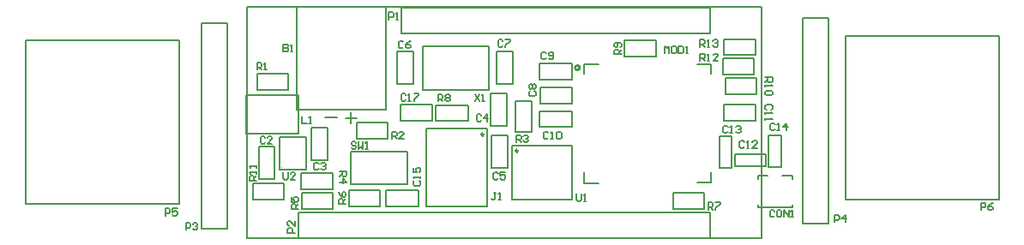
<source format=gto>
G04 Layer_Color=65535*
%FSAX25Y25*%
%MOIN*%
G70*
G01*
G75*
%ADD32C,0.01000*%
%ADD48C,0.00394*%
%ADD49C,0.00984*%
%ADD50C,0.00787*%
%ADD51C,0.00591*%
D32*
X0439331Y0437716D02*
G03*
X0439331Y0437716I-0000905J0000000D01*
G01*
D48*
X0323632Y0398970D02*
G03*
X0323632Y0398970I-0000197J0000000D01*
G01*
X0379490Y0428068D02*
G03*
X0379490Y0428068I-0000197J0000000D01*
G01*
X0311299Y0425787D02*
G03*
X0311299Y0425787I-0000197J0000000D01*
G01*
D49*
X0415313Y0405350D02*
G03*
X0415313Y0405350I-0000492J0000000D01*
G01*
X0402001Y0411713D02*
G03*
X0402001Y0411713I-0000492J0000000D01*
G01*
D50*
X0508504Y0395721D02*
X0512441D01*
X0508504D02*
X0508504Y0394539D01*
X0521890D02*
Y0395720D01*
X0517953D02*
X0521890D01*
X0508504Y0383516D02*
Y0384303D01*
Y0383516D02*
X0521890D01*
Y0384303D01*
X0223819Y0384842D02*
Y0386968D01*
Y0384842D02*
X0283583D01*
Y0448425D01*
X0223819Y0386968D02*
Y0448425D01*
X0283583D01*
X0542480Y0386378D02*
X0602244D01*
Y0447835D01*
X0542480Y0386378D02*
Y0449961D01*
X0602244D01*
Y0447835D02*
Y0449961D01*
X0350315Y0392402D02*
X0372362D01*
X0350315D02*
Y0405000D01*
X0372362D01*
Y0392402D02*
Y0405000D01*
X0340236Y0418228D02*
X0344803D01*
X0348110Y0418150D02*
X0352716D01*
X0350354Y0416181D02*
Y0420276D01*
X0363858Y0421378D02*
Y0461535D01*
X0329213D02*
X0363858D01*
X0329213Y0421378D02*
Y0461535D01*
Y0421378D02*
X0363858D01*
X0440787Y0435276D02*
Y0438976D01*
X0440827Y0439016D01*
X0446496D01*
X0484842Y0438976D02*
X0490236D01*
X0490354Y0438858D01*
Y0435276D02*
Y0438858D01*
X0490315Y0393032D02*
Y0396969D01*
X0490236Y0392953D02*
X0490315Y0393032D01*
X0484921Y0392953D02*
X0490236D01*
X0440984Y0392874D02*
X0446496D01*
X0440827Y0393032D02*
Y0397008D01*
Y0393032D02*
X0440984Y0392874D01*
X0310000Y0371390D02*
Y0461350D01*
X0510000D01*
Y0371390D02*
Y0461350D01*
X0310000Y0371390D02*
X0510000D01*
X0495866Y0427402D02*
X0508071D01*
X0495866D02*
Y0433701D01*
X0508071D01*
Y0427402D02*
Y0433701D01*
X0456772Y0442126D02*
X0468976D01*
X0456772D02*
Y0448425D01*
X0468976D01*
Y0442126D02*
Y0448425D01*
X0322635Y0398170D02*
X0332835D01*
Y0410670D01*
X0322635D02*
X0332835D01*
X0322635Y0398170D02*
Y0410670D01*
X0412921Y0407350D02*
X0436421D01*
Y0386350D02*
Y0407350D01*
X0412921Y0386350D02*
X0436421D01*
X0412921D02*
Y0407350D01*
X0369606Y0423268D02*
X0381811D01*
Y0416968D02*
Y0423268D01*
X0369606Y0416968D02*
X0381811D01*
X0369606D02*
Y0423268D01*
X0475551Y0382874D02*
X0487756D01*
X0475551D02*
Y0389173D01*
X0487756D01*
Y0382874D02*
Y0389173D01*
X0349449Y0383622D02*
X0361653D01*
X0349449D02*
Y0389921D01*
X0361653D01*
Y0383622D02*
Y0389921D01*
X0331221Y0382716D02*
X0343425D01*
X0331221D02*
Y0389016D01*
X0343425D01*
Y0382716D02*
Y0389016D01*
X0331102Y0396850D02*
X0343307D01*
Y0390551D02*
Y0396850D01*
X0331102Y0390551D02*
X0343307D01*
X0331102D02*
Y0396850D01*
X0420669Y0412638D02*
Y0424843D01*
X0414370Y0412638D02*
X0420669D01*
X0414370D02*
Y0424843D01*
X0420669D01*
X0313779Y0435354D02*
X0325984D01*
Y0429055D02*
Y0435354D01*
X0313779Y0429055D02*
X0325984D01*
X0313779D02*
Y0435354D01*
X0379709Y0383713D02*
Y0414213D01*
X0403209Y0383713D02*
Y0414213D01*
X0379709Y0383713D02*
X0403209D01*
X0379709Y0414213D02*
X0403209D01*
X0395984Y0416890D02*
Y0423189D01*
X0383386D02*
X0395984D01*
X0383386Y0416890D02*
Y0423189D01*
Y0416890D02*
X0395984D01*
X0363937Y0383740D02*
Y0390039D01*
Y0383740D02*
X0376535D01*
Y0390039D01*
X0363937D02*
X0376535D01*
X0507756Y0417047D02*
Y0423347D01*
X0495157D02*
X0507756D01*
X0495157Y0417047D02*
Y0423347D01*
Y0417047D02*
X0507756D01*
X0423740Y0414567D02*
Y0420866D01*
Y0414567D02*
X0436339D01*
Y0420866D01*
X0423740D02*
X0436339D01*
X0436260Y0433189D02*
Y0439488D01*
X0423661D02*
X0436260D01*
X0423661Y0433189D02*
Y0439488D01*
Y0433189D02*
X0436260D01*
X0436378Y0423819D02*
Y0430118D01*
X0423779D02*
X0436378D01*
X0423779Y0423819D02*
Y0430118D01*
Y0423819D02*
X0436378D01*
X0406929Y0431417D02*
X0413228D01*
Y0444016D01*
X0406929D02*
X0413228D01*
X0406929Y0431417D02*
Y0444016D01*
X0368268Y0431339D02*
X0374567D01*
Y0443937D01*
X0368268D02*
X0374567D01*
X0368268Y0431339D02*
Y0443937D01*
X0404921Y0398701D02*
X0411221D01*
Y0411299D01*
X0404921D02*
X0411221D01*
X0404921Y0398701D02*
Y0411299D01*
X0404764Y0415197D02*
X0411063D01*
Y0427795D01*
X0404764D02*
X0411063D01*
X0404764Y0415197D02*
Y0427795D01*
X0335079Y0414409D02*
X0341378D01*
X0335079Y0401811D02*
Y0414409D01*
Y0401811D02*
X0341378D01*
Y0414409D01*
X0314449Y0394409D02*
X0320748D01*
Y0407008D01*
X0314449D02*
X0320748D01*
X0314449Y0394409D02*
Y0407008D01*
X0292205Y0375157D02*
X0302205D01*
X0292205D02*
Y0455158D01*
X0302205D01*
Y0375157D02*
Y0455158D01*
X0312165Y0392559D02*
X0324370D01*
Y0386260D02*
Y0392559D01*
X0312165Y0386260D02*
X0324370D01*
X0312165D02*
Y0392559D01*
X0352520Y0416299D02*
X0364724D01*
Y0410000D02*
Y0416299D01*
X0352520Y0410000D02*
X0364724D01*
X0352520D02*
Y0416299D01*
X0330000Y0381500D02*
X0490000D01*
Y0371500D02*
Y0381500D01*
X0482500Y0371500D02*
X0490000D01*
X0330000D02*
X0482500D01*
X0330000D02*
Y0381500D01*
X0377500Y0461000D02*
X0490000D01*
X0370000D02*
X0377500D01*
X0370000Y0451000D02*
Y0461000D01*
Y0451000D02*
X0490000D01*
Y0461000D01*
X0495354Y0448858D02*
X0507559D01*
Y0442559D02*
Y0448858D01*
X0495354Y0442559D02*
X0507559D01*
X0495354D02*
Y0448858D01*
X0494842Y0441378D02*
X0507047D01*
Y0435079D02*
Y0441378D01*
X0494842Y0435079D02*
X0507047D01*
X0494842D02*
Y0441378D01*
X0525906Y0457205D02*
X0535906D01*
Y0377205D02*
Y0457205D01*
X0525906Y0377205D02*
X0535906D01*
X0525906D02*
Y0457205D01*
X0378293Y0446068D02*
X0403793D01*
Y0429069D02*
Y0446068D01*
X0378293Y0429069D02*
X0403793D01*
X0378293D02*
Y0446068D01*
X0508026Y0404134D02*
X0511693D01*
X0499488D02*
X0502911D01*
X0499488Y0399410D02*
Y0404134D01*
Y0399410D02*
X0511693D01*
Y0404134D01*
X0502911D02*
X0508026D01*
X0498347Y0402486D02*
Y0407600D01*
X0493622Y0398819D02*
X0498347D01*
X0493622D02*
Y0411024D01*
X0498347D01*
Y0407600D02*
Y0411024D01*
Y0398819D02*
Y0402486D01*
X0517480Y0399016D02*
Y0402683D01*
Y0407797D02*
Y0411221D01*
X0512756D02*
X0517480D01*
X0512756Y0399016D02*
Y0411221D01*
Y0399016D02*
X0517480D01*
Y0402683D02*
Y0407797D01*
X0309724Y0412165D02*
Y0427165D01*
Y0412165D02*
X0329842D01*
Y0427165D01*
X0309724D02*
X0329842D01*
D51*
X0324095Y0446810D02*
Y0444055D01*
X0325472D01*
X0325931Y0444514D01*
Y0444974D01*
X0325472Y0445433D01*
X0324095D01*
X0325472D01*
X0325931Y0445892D01*
Y0446351D01*
X0325472Y0446810D01*
X0324095D01*
X0326850Y0444055D02*
X0327768D01*
X0327309D01*
Y0446810D01*
X0326850Y0446351D01*
X0511378Y0433898D02*
X0514133D01*
Y0432520D01*
X0513674Y0432061D01*
X0512755D01*
X0512296Y0432520D01*
Y0433898D01*
Y0432979D02*
X0511378Y0432061D01*
Y0431143D02*
Y0430224D01*
Y0430683D01*
X0514133D01*
X0513674Y0431143D01*
Y0428847D02*
X0514133Y0428388D01*
Y0427469D01*
X0513674Y0427010D01*
X0511837D01*
X0511378Y0427469D01*
Y0428388D01*
X0511837Y0428847D01*
X0513674D01*
X0455472Y0442953D02*
X0452717D01*
Y0444330D01*
X0453177Y0444789D01*
X0454095D01*
X0454554Y0444330D01*
Y0442953D01*
Y0443871D02*
X0455472Y0444789D01*
X0455013Y0445708D02*
X0455472Y0446167D01*
Y0447085D01*
X0455013Y0447544D01*
X0453177D01*
X0452717Y0447085D01*
Y0446167D01*
X0453177Y0445708D01*
X0453636D01*
X0454095Y0446167D01*
Y0447544D01*
X0398543Y0427401D02*
X0400380Y0424646D01*
Y0427401D02*
X0398543Y0424646D01*
X0401298D02*
X0402217D01*
X0401757D01*
Y0427401D01*
X0401298Y0426941D01*
X0324055Y0396968D02*
Y0394672D01*
X0324514Y0394213D01*
X0325433D01*
X0325892Y0394672D01*
Y0396968D01*
X0328647Y0394213D02*
X0326810D01*
X0328647Y0396049D01*
Y0396508D01*
X0328188Y0396968D01*
X0327269D01*
X0326810Y0396508D01*
X0438031Y0388582D02*
Y0386286D01*
X0438491Y0385827D01*
X0439409D01*
X0439868Y0386286D01*
Y0388582D01*
X0440787Y0385827D02*
X0441705D01*
X0441246D01*
Y0388582D01*
X0440787Y0388123D01*
X0352348Y0408438D02*
X0351889Y0408897D01*
X0350971D01*
X0350512Y0408438D01*
Y0407978D01*
X0350971Y0407519D01*
X0351889D01*
X0352348Y0407060D01*
Y0406601D01*
X0351889Y0406142D01*
X0350971D01*
X0350512Y0406601D01*
X0353267Y0408897D02*
Y0406142D01*
X0354185Y0407060D01*
X0355103Y0406142D01*
Y0408897D01*
X0356022Y0406142D02*
X0356940D01*
X0356481D01*
Y0408897D01*
X0356022Y0408438D01*
X0384252Y0424567D02*
Y0427322D01*
X0385630D01*
X0386089Y0426863D01*
Y0425944D01*
X0385630Y0425485D01*
X0384252D01*
X0385170D02*
X0386089Y0424567D01*
X0387007Y0426863D02*
X0387466Y0427322D01*
X0388385D01*
X0388844Y0426863D01*
Y0426404D01*
X0388385Y0425944D01*
X0388844Y0425485D01*
Y0425026D01*
X0388385Y0424567D01*
X0387466D01*
X0387007Y0425026D01*
Y0425485D01*
X0387466Y0425944D01*
X0387007Y0426404D01*
Y0426863D01*
X0387466Y0425944D02*
X0388385D01*
X0489252Y0382520D02*
Y0385275D01*
X0490629D01*
X0491089Y0384816D01*
Y0383897D01*
X0490629Y0383438D01*
X0489252D01*
X0490170D02*
X0491089Y0382520D01*
X0492007Y0385275D02*
X0493844D01*
Y0384816D01*
X0492007Y0382979D01*
Y0382520D01*
X0348268Y0384724D02*
X0345513D01*
Y0386102D01*
X0345972Y0386561D01*
X0346890D01*
X0347349Y0386102D01*
Y0384724D01*
Y0385643D02*
X0348268Y0386561D01*
X0345513Y0389316D02*
X0345972Y0388398D01*
X0346890Y0387479D01*
X0347809D01*
X0348268Y0387939D01*
Y0388857D01*
X0347809Y0389316D01*
X0347349D01*
X0346890Y0388857D01*
Y0387479D01*
X0329882Y0382795D02*
X0327127D01*
Y0384173D01*
X0327586Y0384632D01*
X0328504D01*
X0328963Y0384173D01*
Y0382795D01*
Y0383714D02*
X0329882Y0384632D01*
X0327127Y0387387D02*
Y0385550D01*
X0328504D01*
X0328045Y0386469D01*
Y0386928D01*
X0328504Y0387387D01*
X0329423D01*
X0329882Y0386928D01*
Y0386010D01*
X0329423Y0385550D01*
X0345965Y0397339D02*
X0348720D01*
Y0395961D01*
X0348260Y0395502D01*
X0347342D01*
X0346883Y0395961D01*
Y0397339D01*
Y0396420D02*
X0345965Y0395502D01*
Y0393206D02*
X0348720D01*
X0347342Y0394584D01*
Y0392747D01*
X0414606Y0408779D02*
Y0411535D01*
X0415984D01*
X0416443Y0411075D01*
Y0410157D01*
X0415984Y0409698D01*
X0414606D01*
X0415525D02*
X0416443Y0408779D01*
X0417361Y0411075D02*
X0417821Y0411535D01*
X0418739D01*
X0419198Y0411075D01*
Y0410616D01*
X0418739Y0410157D01*
X0418280D01*
X0418739D01*
X0419198Y0409698D01*
Y0409239D01*
X0418739Y0408779D01*
X0417821D01*
X0417361Y0409239D01*
X0313779Y0436890D02*
Y0439645D01*
X0315157D01*
X0315616Y0439186D01*
Y0438267D01*
X0315157Y0437808D01*
X0313779D01*
X0314698D02*
X0315616Y0436890D01*
X0316534D02*
X0317453D01*
X0316994D01*
Y0439645D01*
X0316534Y0439186D01*
X0595197Y0382362D02*
Y0385117D01*
X0596574D01*
X0597034Y0384658D01*
Y0383740D01*
X0596574Y0383280D01*
X0595197D01*
X0599789Y0385117D02*
X0598870Y0384658D01*
X0597952Y0383740D01*
Y0382821D01*
X0598411Y0382362D01*
X0599329D01*
X0599789Y0382821D01*
Y0383280D01*
X0599329Y0383740D01*
X0597952D01*
X0278228Y0380157D02*
Y0382912D01*
X0279606D01*
X0280065Y0382453D01*
Y0381535D01*
X0279606Y0381076D01*
X0278228D01*
X0282820Y0382912D02*
X0280983D01*
Y0381535D01*
X0281902Y0381994D01*
X0282361D01*
X0282820Y0381535D01*
Y0380617D01*
X0282361Y0380157D01*
X0281442D01*
X0280983Y0380617D01*
X0538346Y0377559D02*
Y0380314D01*
X0539724D01*
X0540183Y0379855D01*
Y0378937D01*
X0539724Y0378477D01*
X0538346D01*
X0542479Y0377559D02*
Y0380314D01*
X0541102Y0378937D01*
X0542938D01*
X0286181Y0374567D02*
Y0377322D01*
X0287559D01*
X0288018Y0376863D01*
Y0375944D01*
X0287559Y0375485D01*
X0286181D01*
X0288936Y0376863D02*
X0289395Y0377322D01*
X0290314D01*
X0290773Y0376863D01*
Y0376404D01*
X0290314Y0375944D01*
X0289855D01*
X0290314D01*
X0290773Y0375485D01*
Y0375026D01*
X0290314Y0374567D01*
X0289395D01*
X0288936Y0375026D01*
X0328504Y0373465D02*
X0325749D01*
Y0374842D01*
X0326208Y0375301D01*
X0327126D01*
X0327586Y0374842D01*
Y0373465D01*
X0328504Y0378056D02*
Y0376220D01*
X0326667Y0378056D01*
X0326208D01*
X0325749Y0377597D01*
Y0376679D01*
X0326208Y0376220D01*
X0365079Y0456496D02*
Y0459251D01*
X0366456D01*
X0366915Y0458792D01*
Y0457874D01*
X0366456Y0457414D01*
X0365079D01*
X0367834Y0456496D02*
X0368752D01*
X0368293D01*
Y0459251D01*
X0367834Y0458792D01*
X0472205Y0443425D02*
Y0446180D01*
X0473123Y0445262D01*
X0474041Y0446180D01*
Y0443425D01*
X0476337Y0446180D02*
X0475419D01*
X0474960Y0445721D01*
Y0443884D01*
X0475419Y0443425D01*
X0476337D01*
X0476796Y0443884D01*
Y0445721D01*
X0476337Y0446180D01*
X0477715D02*
Y0443425D01*
X0479092D01*
X0479551Y0443884D01*
Y0445721D01*
X0479092Y0446180D01*
X0477715D01*
X0480470Y0443425D02*
X0481388D01*
X0480929D01*
Y0446180D01*
X0480470Y0445721D01*
X0331339Y0418779D02*
Y0416024D01*
X0333175D01*
X0334094D02*
X0335012D01*
X0334553D01*
Y0418779D01*
X0334094Y0418320D01*
X0406758Y0389094D02*
X0405840D01*
X0406299D01*
Y0386798D01*
X0405840Y0386339D01*
X0405380D01*
X0404921Y0386798D01*
X0407676Y0386339D02*
X0408595D01*
X0408135D01*
Y0389094D01*
X0407676Y0388634D01*
X0514947Y0381863D02*
X0514488Y0382322D01*
X0513569D01*
X0513110Y0381863D01*
Y0380026D01*
X0513569Y0379567D01*
X0514488D01*
X0514947Y0380026D01*
X0517243Y0382322D02*
X0516324D01*
X0515865Y0381863D01*
Y0380026D01*
X0516324Y0379567D01*
X0517243D01*
X0517702Y0380026D01*
Y0381863D01*
X0517243Y0382322D01*
X0518620Y0379567D02*
Y0382322D01*
X0520457Y0379567D01*
Y0382322D01*
X0521375Y0379567D02*
X0522294D01*
X0521835D01*
Y0382322D01*
X0521375Y0381863D01*
X0371640Y0427099D02*
X0371181Y0427558D01*
X0370262D01*
X0369803Y0427099D01*
Y0425262D01*
X0370262Y0424803D01*
X0371181D01*
X0371640Y0425262D01*
X0372558Y0424803D02*
X0373477D01*
X0373017D01*
Y0427558D01*
X0372558Y0427099D01*
X0374854Y0427558D02*
X0376691D01*
Y0427099D01*
X0374854Y0425262D01*
Y0424803D01*
X0375066Y0393687D02*
X0374607Y0393228D01*
Y0392310D01*
X0375066Y0391850D01*
X0376903D01*
X0377362Y0392310D01*
Y0393228D01*
X0376903Y0393687D01*
X0377362Y0394605D02*
Y0395524D01*
Y0395065D01*
X0374607D01*
X0375066Y0394605D01*
X0374607Y0398738D02*
Y0396901D01*
X0375985D01*
X0375525Y0397820D01*
Y0398279D01*
X0375985Y0398738D01*
X0376903D01*
X0377362Y0398279D01*
Y0397360D01*
X0376903Y0396901D01*
X0515183Y0415603D02*
X0514724Y0416062D01*
X0513806D01*
X0513346Y0415603D01*
Y0413766D01*
X0513806Y0413307D01*
X0514724D01*
X0515183Y0413766D01*
X0516102Y0413307D02*
X0517020D01*
X0516561D01*
Y0416062D01*
X0516102Y0415603D01*
X0519775Y0413307D02*
Y0416062D01*
X0518397Y0414685D01*
X0520234D01*
X0496837Y0414658D02*
X0496378Y0415117D01*
X0495459D01*
X0495000Y0414658D01*
Y0412821D01*
X0495459Y0412362D01*
X0496378D01*
X0496837Y0412821D01*
X0497755Y0412362D02*
X0498673D01*
X0498214D01*
Y0415117D01*
X0497755Y0414658D01*
X0500051D02*
X0500510Y0415117D01*
X0501428D01*
X0501888Y0414658D01*
Y0414199D01*
X0501428Y0413740D01*
X0500969D01*
X0501428D01*
X0501888Y0413281D01*
Y0412821D01*
X0501428Y0412362D01*
X0500510D01*
X0500051Y0412821D01*
X0503215Y0408792D02*
X0502755Y0409251D01*
X0501837D01*
X0501378Y0408792D01*
Y0406955D01*
X0501837Y0406496D01*
X0502755D01*
X0503215Y0406955D01*
X0504133Y0406496D02*
X0505051D01*
X0504592D01*
Y0409251D01*
X0504133Y0408792D01*
X0508265Y0406496D02*
X0506429D01*
X0508265Y0408333D01*
Y0408792D01*
X0507806Y0409251D01*
X0506888D01*
X0506429Y0408792D01*
X0513713Y0421392D02*
X0514172Y0421851D01*
Y0422769D01*
X0513713Y0423228D01*
X0511876D01*
X0511417Y0422769D01*
Y0421851D01*
X0511876Y0421392D01*
X0511417Y0420473D02*
Y0419555D01*
Y0420014D01*
X0514172D01*
X0513713Y0420473D01*
X0511417Y0418178D02*
Y0417259D01*
Y0417718D01*
X0514172D01*
X0513713Y0418178D01*
X0427073Y0412256D02*
X0426614Y0412716D01*
X0425695D01*
X0425236Y0412256D01*
Y0410420D01*
X0425695Y0409961D01*
X0426614D01*
X0427073Y0410420D01*
X0427991Y0409961D02*
X0428910D01*
X0428450D01*
Y0412716D01*
X0427991Y0412256D01*
X0430287D02*
X0430746Y0412716D01*
X0431665D01*
X0432124Y0412256D01*
Y0410420D01*
X0431665Y0409961D01*
X0430746D01*
X0430287Y0410420D01*
Y0412256D01*
X0426207Y0443320D02*
X0425748Y0443779D01*
X0424829D01*
X0424370Y0443320D01*
Y0441483D01*
X0424829Y0441024D01*
X0425748D01*
X0426207Y0441483D01*
X0427125D02*
X0427584Y0441024D01*
X0428503D01*
X0428962Y0441483D01*
Y0443320D01*
X0428503Y0443779D01*
X0427584D01*
X0427125Y0443320D01*
Y0442860D01*
X0427584Y0442401D01*
X0428962D01*
X0419909Y0428569D02*
X0419450Y0428110D01*
Y0427191D01*
X0419909Y0426732D01*
X0421746D01*
X0422205Y0427191D01*
Y0428110D01*
X0421746Y0428569D01*
X0419909Y0429487D02*
X0419450Y0429947D01*
Y0430865D01*
X0419909Y0431324D01*
X0420368D01*
X0420827Y0430865D01*
X0421286Y0431324D01*
X0421746D01*
X0422205Y0430865D01*
Y0429947D01*
X0421746Y0429487D01*
X0421286D01*
X0420827Y0429947D01*
X0420368Y0429487D01*
X0419909D01*
X0420827Y0429947D02*
Y0430865D01*
X0409356Y0448162D02*
X0408897Y0448621D01*
X0407979D01*
X0407520Y0448162D01*
Y0446325D01*
X0407979Y0445866D01*
X0408897D01*
X0409356Y0446325D01*
X0410275Y0448621D02*
X0412111D01*
Y0448162D01*
X0410275Y0446325D01*
Y0445866D01*
X0370774Y0447689D02*
X0370315Y0448149D01*
X0369396D01*
X0368937Y0447689D01*
Y0445853D01*
X0369396Y0445394D01*
X0370315D01*
X0370774Y0445853D01*
X0373529Y0448149D02*
X0372610Y0447689D01*
X0371692Y0446771D01*
Y0445853D01*
X0372151Y0445394D01*
X0373070D01*
X0373529Y0445853D01*
Y0446312D01*
X0373070Y0446771D01*
X0371692D01*
X0407506Y0396508D02*
X0407047Y0396968D01*
X0406129D01*
X0405669Y0396508D01*
Y0394672D01*
X0406129Y0394213D01*
X0407047D01*
X0407506Y0394672D01*
X0410261Y0396968D02*
X0408424D01*
Y0395590D01*
X0409343Y0396049D01*
X0409802D01*
X0410261Y0395590D01*
Y0394672D01*
X0409802Y0394213D01*
X0408883D01*
X0408424Y0394672D01*
X0400971Y0419107D02*
X0400511Y0419566D01*
X0399593D01*
X0399134Y0419107D01*
Y0417270D01*
X0399593Y0416811D01*
X0400511D01*
X0400971Y0417270D01*
X0403266Y0416811D02*
Y0419566D01*
X0401889Y0418188D01*
X0403726D01*
X0337782Y0400327D02*
X0337322Y0400786D01*
X0336404D01*
X0335945Y0400327D01*
Y0398491D01*
X0336404Y0398031D01*
X0337322D01*
X0337782Y0398491D01*
X0338700Y0400327D02*
X0339159Y0400786D01*
X0340077D01*
X0340537Y0400327D01*
Y0399868D01*
X0340077Y0399409D01*
X0339618D01*
X0340077D01*
X0340537Y0398950D01*
Y0398491D01*
X0340077Y0398031D01*
X0339159D01*
X0338700Y0398491D01*
X0316994Y0410485D02*
X0316535Y0410944D01*
X0315617D01*
X0315158Y0410485D01*
Y0408648D01*
X0315617Y0408189D01*
X0316535D01*
X0316994Y0408648D01*
X0319749Y0408189D02*
X0317913D01*
X0319749Y0410026D01*
Y0410485D01*
X0319290Y0410944D01*
X0318372D01*
X0317913Y0410485D01*
X0313583Y0393740D02*
X0310828D01*
Y0395118D01*
X0311287Y0395577D01*
X0312205D01*
X0312664Y0395118D01*
Y0393740D01*
Y0394658D02*
X0313583Y0395577D01*
Y0396495D02*
Y0397413D01*
Y0396954D01*
X0310828D01*
X0311287Y0396495D01*
X0313583Y0398791D02*
Y0399709D01*
Y0399250D01*
X0310828D01*
X0311287Y0398791D01*
X0366299Y0410079D02*
Y0412834D01*
X0367677D01*
X0368136Y0412375D01*
Y0411456D01*
X0367677Y0410997D01*
X0366299D01*
X0367217D02*
X0368136Y0410079D01*
X0370891D02*
X0369054D01*
X0370891Y0411915D01*
Y0412375D01*
X0370432Y0412834D01*
X0369513D01*
X0369054Y0412375D01*
X0486102Y0440433D02*
Y0443188D01*
X0487480D01*
X0487939Y0442729D01*
Y0441811D01*
X0487480Y0441351D01*
X0486102D01*
X0487021D02*
X0487939Y0440433D01*
X0488857D02*
X0489776D01*
X0489317D01*
Y0443188D01*
X0488857Y0442729D01*
X0492990Y0440433D02*
X0491153D01*
X0492990Y0442270D01*
Y0442729D01*
X0492531Y0443188D01*
X0491612D01*
X0491153Y0442729D01*
X0486024Y0445866D02*
Y0448621D01*
X0487401D01*
X0487860Y0448162D01*
Y0447244D01*
X0487401Y0446784D01*
X0486024D01*
X0486942D02*
X0487860Y0445866D01*
X0488779D02*
X0489697D01*
X0489238D01*
Y0448621D01*
X0488779Y0448162D01*
X0491075D02*
X0491534Y0448621D01*
X0492452D01*
X0492911Y0448162D01*
Y0447703D01*
X0492452Y0447244D01*
X0491993D01*
X0492452D01*
X0492911Y0446784D01*
Y0446325D01*
X0492452Y0445866D01*
X0491534D01*
X0491075Y0446325D01*
M02*

</source>
